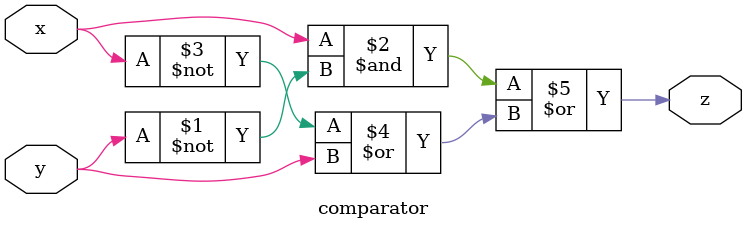
<source format=v>
module comparator(
    input x,
    input y,
    output z
    );
 
assign z = (x & ~y) |(~x | y);
 
endmodule
</source>
